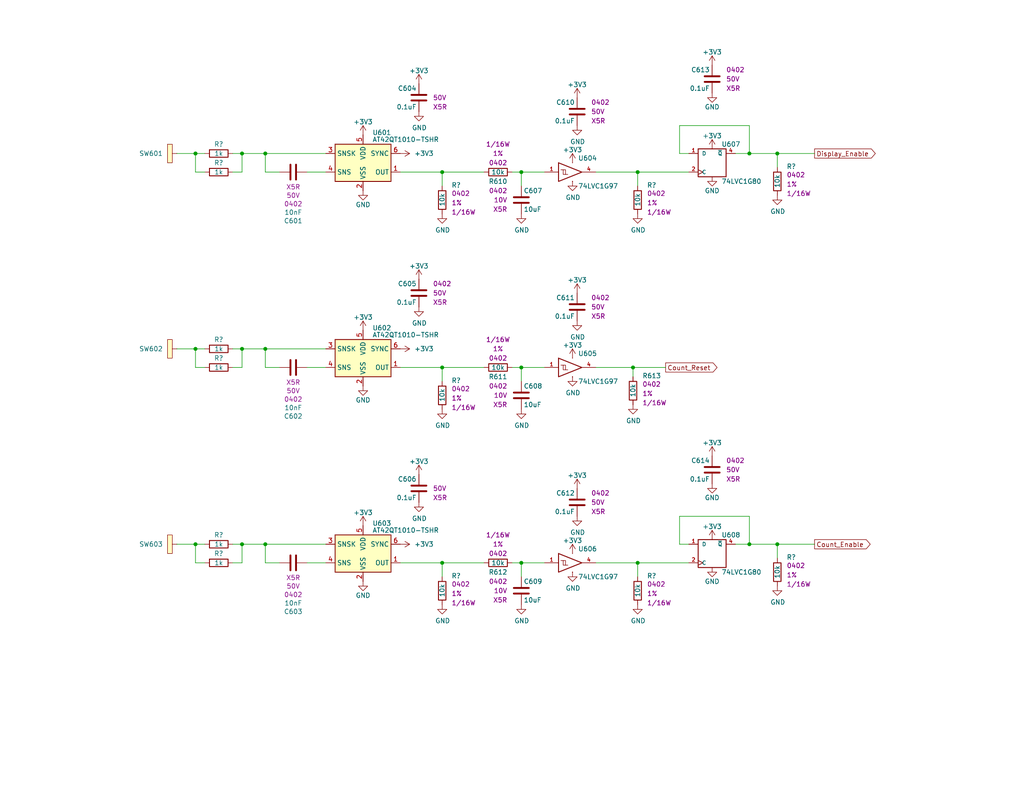
<source format=kicad_sch>
(kicad_sch (version 20230121) (generator eeschema)
  (paper "A")
  (title_block (title "Stopwatch") (date "2024-01-11") (rev "A") (company "Drew Maatman"))
  (lib_symbols
    (symbol "Custom Library:74LVC1G97_Power_BUF" (pin_names (offset 1.016) hide)
      (property "Reference" "U" (at 1.524 3.81 0))
      (property "Value" "74LVC1G97_Power_BUF" (at 1.524 -3.81 0))
      (symbol "74LVC1G97_Power_BUF_1_1"
        (polyline (pts (xy -2.54 0.635) (xy -1.905 0.635) (xy -1.905 -0.635)))
        (polyline (pts (xy -3.81 2.54) (xy -3.81 -2.54) (xy 2.54 0) (xy -3.81 2.54)) (stroke (width 0.254)))
        (polyline (pts (xy -3.175 0.635) (xy -2.54 0.635) (xy -2.54 -0.635) (xy -1.27 -0.635)))
        (pin input line (at -7.62 0 0) (length 3.81) (name "~") (number "1"))
        (pin power_in line (at 0 -2.54 270) (length 0) (name "GND") (number "2"))
        (pin power_in line (at 0 -2.54 270) (length 0) (name "GND") (number "3"))
        (pin output line (at 6.35 0 180) (length 3.81) (name "~") (number "4"))
        (pin power_in line (at 0 2.54 90) (length 0) (name "VCC") (number "5"))
        (pin power_in line (at 0 -2.54 270) (length 0) (name "GND") (number "6"))
      )
    )
    (symbol "Custom_Library:74LVC1G80_Power" (pin_names (offset 1.016))
      (property "Reference" "U" (at 2.54 5.08 0))
      (property "Value" "74LVC1G80_Power" (at 2.54 -5.08 0))
      (symbol "74LVC1G80_Power_0_1"
        (rectangle (start -3.81 3.81) (end 3.81 -3.81) (stroke (width 0.254)))
      )
      (symbol "74LVC1G80_Power_1_1"
        (pin input line (at -6.35 2.54 0) (length 2.54) (name "D") (number "1"))
        (pin input clock (at -6.35 -2.54 0) (length 2.54) (name "C") (number "2"))
        (pin power_in line (at 0 -3.81 270) (length 0) (name "GND") (number "3"))
        (pin output line (at 6.35 2.54 180) (length 2.54) (name "~{Q}") (number "4"))
        (pin power_in line (at 0 3.81 90) (length 0) (name "VCC") (number "5"))
      )
    )
    (symbol "Custom_Library:C_Custom" (pin_numbers hide) (pin_names (offset 0.254))
      (property "Reference" "C" (at 0.635 2.54 0))
      (property "Value" "C_Custom" (at 0.635 -2.54 0))
      (property "display_footprint" "Foot" (at -3.81 2.54 0))
      (property "Voltage" "V" (at -3.81 0 0))
      (property "Dielectric" "Er" (at -3.81 -2.54 0))
      (symbol "C_Custom_0_1"
        (polyline (pts (xy -2.032 -0.762) (xy 2.032 -0.762)) (stroke (width 0.508)))
        (polyline (pts (xy -2.032 0.762) (xy 2.032 0.762)) (stroke (width 0.508)))
      )
      (symbol "C_Custom_1_1"
        (pin passive line (at 0 3.81 270) (length 2.794) (name "~") (number "1"))
        (pin passive line (at 0 -3.81 90) (length 2.794) (name "~") (number "2"))
      )
    )
    (symbol "Custom_Library:Cap_Touch" (pin_numbers hide) (pin_names (offset 0) hide)
      (property "Reference" "SW" (at 0 3.81 0))
      (symbol "Cap_Touch_0_1"
        (rectangle (start -2.54 1.27) (end 2.54 2.54) (fill (type background)))
        (polyline (pts (xy 0 0) (xy 0 1.27)))
      )
      (symbol "Cap_Touch_1_1"
        (pin passive line (at 0 0 90) (length 0) (name "TP") (number "1"))
      )
    )
    (symbol "Custom_Library:R_Custom" (pin_numbers hide) (pin_names (offset 1.016) hide)
      (property "Reference" "R" (at -2.54 0 90))
      (property "Value" "R_Custom" (at 0 0 90))
      (property "display_footprint" "Foot" (at 2.54 0 90))
      (property "Tolerance" "Tol" (at 5.08 0 90))
      (property "Wattage" "W" (at 7.62 0 90))
      (symbol "R_Custom_0_1"
        (rectangle (start 1.016 2.54) (end -1.016 -2.54) (stroke (width 0.254)))
      )
      (symbol "R_Custom_1_1"
        (pin passive line (at 0 3.81 270) (length 1.27) (name "1") (number "1"))
        (pin passive line (at 0 -3.81 90) (length 1.27) (name "2") (number "2"))
      )
    )
    (symbol "Incrementor-rescue:+3.3V-power" (power) (pin_names (offset 0))
      (property "Value" "+3.3V-power" (at 0 3.556 0))
      (symbol "+3.3V-power_0_1"
        (polyline (pts (xy -0.762 1.27) (xy 0 2.54)))
        (polyline (pts (xy 0 0) (xy 0 2.54)))
        (polyline (pts (xy 0 2.54) (xy 0.762 1.27)))
      )
      (symbol "+3.3V-power_1_1"
        (pin power_in line (at 0 0 90) (length 0) hide (name "+3V3") (number "1"))
      )
    )
    (symbol "Sensor_Touch:AT42QT1010-TSHR"
      (property "Reference" "U" (at -2.54 8.255 0))
      (property "Value" "AT42QT1010-TSHR" (at -2.54 6.35 0))
      (symbol "AT42QT1010-TSHR_0_1"
        (rectangle (start -7.62 5.08) (end 7.62 -5.08) (stroke (width 0.254)) (fill (type background)))
      )
      (symbol "AT42QT1010-TSHR_1_1"
        (pin output line (at -10.16 -2.54 0) (length 2.54) (name "OUT") (number "1"))
        (pin power_in line (at 0 -7.62 90) (length 2.54) (name "VSS") (number "2"))
        (pin passive line (at 10.16 2.54 180) (length 2.54) (name "SNSK") (number "3"))
        (pin passive line (at 10.16 -2.54 180) (length 2.54) (name "SNS") (number "4"))
        (pin power_in line (at 0 7.62 270) (length 2.54) (name "VDD") (number "5"))
        (pin input line (at -10.16 2.54 0) (length 2.54) (name "SYNC") (number "6"))
      )
    )
    (symbol "power:GND" (power) (pin_names (offset 0))
      (property "Value" "GND" (at 0 -3.81 0))
      (symbol "GND_0_1"
        (polyline (pts (xy 0 0) (xy 0 -1.27) (xy 1.27 -1.27) (xy 0 -2.54) (xy -1.27 -1.27) (xy 0 -1.27)))
      )
      (symbol "GND_1_1"
        (pin power_in line (at 0 0 270) (length 0) hide (name "GND") (number "1"))
      )
    )
  )
  (junction (at 72.39 41.91))
  (junction (at 53.34 148.59))
  (junction (at 173.99 46.99))
  (junction (at 120.65 100.33))
  (junction (at 142.24 153.67))
  (junction (at 72.39 95.25))
  (junction (at 212.09 41.91))
  (junction (at 212.09 148.59))
  (junction (at 204.47 148.59))
  (junction (at 142.24 46.99))
  (junction (at 172.72 100.33))
  (junction (at 53.34 41.91))
  (junction (at 66.04 41.91))
  (junction (at 53.34 95.25))
  (junction (at 204.47 41.91))
  (junction (at 120.65 153.67))
  (junction (at 72.39 148.59))
  (junction (at 173.99 153.67))
  (junction (at 66.04 148.59))
  (junction (at 66.04 95.25))
  (junction (at 120.65 46.99))
  (junction (at 142.24 100.33))
  (wire (pts (xy 185.42 148.59) (xy 187.96 148.59)))
  (wire (pts (xy 63.5 148.59) (xy 66.04 148.59)))
  (wire (pts (xy 142.24 157.48) (xy 142.24 153.67)))
  (wire (pts (xy 72.39 46.99) (xy 72.39 41.91)))
  (wire (pts (xy 212.09 45.72) (xy 212.09 41.91)))
  (wire (pts (xy 132.08 46.99) (xy 120.65 46.99)))
  (wire (pts (xy 204.47 140.97) (xy 185.42 140.97)))
  (wire (pts (xy 173.99 153.67) (xy 162.56 153.67)))
  (wire (pts (xy 222.25 41.91) (xy 212.09 41.91)))
  (wire (pts (xy 66.04 41.91) (xy 66.04 46.99)))
  (wire (pts (xy 55.88 153.67) (xy 53.34 153.67)))
  (wire (pts (xy 48.26 148.59) (xy 53.34 148.59)))
  (wire (pts (xy 53.34 95.25) (xy 53.34 100.33)))
  (wire (pts (xy 173.99 50.8) (xy 173.99 46.99)))
  (wire (pts (xy 120.65 50.8) (xy 120.65 46.99)))
  (wire (pts (xy 173.99 157.48) (xy 173.99 153.67)))
  (wire (pts (xy 200.66 148.59) (xy 204.47 148.59)))
  (wire (pts (xy 212.09 41.91) (xy 204.47 41.91)))
  (wire (pts (xy 72.39 95.25) (xy 88.9 95.25)))
  (wire (pts (xy 66.04 148.59) (xy 66.04 153.67)))
  (wire (pts (xy 55.88 46.99) (xy 53.34 46.99)))
  (wire (pts (xy 185.42 41.91) (xy 187.96 41.91)))
  (wire (pts (xy 187.96 46.99) (xy 173.99 46.99)))
  (wire (pts (xy 63.5 41.91) (xy 66.04 41.91)))
  (wire (pts (xy 173.99 46.99) (xy 162.56 46.99)))
  (wire (pts (xy 212.09 152.4) (xy 212.09 148.59)))
  (wire (pts (xy 66.04 148.59) (xy 72.39 148.59)))
  (wire (pts (xy 172.72 100.33) (xy 162.56 100.33)))
  (wire (pts (xy 142.24 153.67) (xy 139.7 153.67)))
  (wire (pts (xy 72.39 41.91) (xy 88.9 41.91)))
  (wire (pts (xy 63.5 153.67) (xy 66.04 153.67)))
  (wire (pts (xy 212.09 148.59) (xy 204.47 148.59)))
  (wire (pts (xy 72.39 153.67) (xy 72.39 148.59)))
  (wire (pts (xy 120.65 104.14) (xy 120.65 100.33)))
  (wire (pts (xy 142.24 100.33) (xy 139.7 100.33)))
  (wire (pts (xy 148.59 46.99) (xy 142.24 46.99)))
  (wire (pts (xy 72.39 100.33) (xy 72.39 95.25)))
  (wire (pts (xy 142.24 104.14) (xy 142.24 100.33)))
  (wire (pts (xy 76.2 100.33) (xy 72.39 100.33)))
  (wire (pts (xy 120.65 46.99) (xy 109.22 46.99)))
  (wire (pts (xy 142.24 46.99) (xy 139.7 46.99)))
  (wire (pts (xy 132.08 100.33) (xy 120.65 100.33)))
  (wire (pts (xy 120.65 153.67) (xy 109.22 153.67)))
  (wire (pts (xy 53.34 148.59) (xy 55.88 148.59)))
  (wire (pts (xy 187.96 153.67) (xy 173.99 153.67)))
  (wire (pts (xy 120.65 157.48) (xy 120.65 153.67)))
  (wire (pts (xy 83.82 153.67) (xy 88.9 153.67)))
  (wire (pts (xy 66.04 95.25) (xy 72.39 95.25)))
  (wire (pts (xy 48.26 95.25) (xy 53.34 95.25)))
  (wire (pts (xy 222.25 148.59) (xy 212.09 148.59)))
  (wire (pts (xy 172.72 100.33) (xy 181.61 100.33)))
  (wire (pts (xy 185.42 140.97) (xy 185.42 148.59)))
  (wire (pts (xy 76.2 153.67) (xy 72.39 153.67)))
  (wire (pts (xy 148.59 153.67) (xy 142.24 153.67)))
  (wire (pts (xy 185.42 34.29) (xy 185.42 41.91)))
  (wire (pts (xy 53.34 46.99) (xy 53.34 41.91)))
  (wire (pts (xy 53.34 95.25) (xy 55.88 95.25)))
  (wire (pts (xy 142.24 50.8) (xy 142.24 46.99)))
  (wire (pts (xy 66.04 41.91) (xy 72.39 41.91)))
  (wire (pts (xy 55.88 100.33) (xy 53.34 100.33)))
  (wire (pts (xy 63.5 46.99) (xy 66.04 46.99)))
  (wire (pts (xy 76.2 46.99) (xy 72.39 46.99)))
  (wire (pts (xy 204.47 41.91) (xy 204.47 34.29)))
  (wire (pts (xy 83.82 100.33) (xy 88.9 100.33)))
  (wire (pts (xy 204.47 148.59) (xy 204.47 140.97)))
  (wire (pts (xy 66.04 95.25) (xy 66.04 100.33)))
  (wire (pts (xy 172.72 102.87) (xy 172.72 100.33)))
  (wire (pts (xy 53.34 153.67) (xy 53.34 148.59)))
  (wire (pts (xy 132.08 153.67) (xy 120.65 153.67)))
  (wire (pts (xy 72.39 148.59) (xy 88.9 148.59)))
  (wire (pts (xy 83.82 46.99) (xy 88.9 46.99)))
  (wire (pts (xy 63.5 95.25) (xy 66.04 95.25)))
  (wire (pts (xy 204.47 34.29) (xy 185.42 34.29)))
  (wire (pts (xy 48.26 41.91) (xy 53.34 41.91)))
  (wire (pts (xy 120.65 100.33) (xy 109.22 100.33)))
  (wire (pts (xy 53.34 41.91) (xy 55.88 41.91)))
  (wire (pts (xy 148.59 100.33) (xy 142.24 100.33)))
  (wire (pts (xy 63.5 100.33) (xy 66.04 100.33)))
  (wire (pts (xy 200.66 41.91) (xy 204.47 41.91)))
  (global_label "Display_Enable" (shape output) (at 222.25 41.91 0) (property "Intersheetrefs" "${INTERSHEET_REFS}" (effects hide)))
  (global_label "Count_Enable" (shape output) (at 222.25 148.59 0) (property "Intersheetrefs" "${INTERSHEET_REFS}" (effects hide)))
  (global_label "Count_Reset" (shape output) (at 181.61 100.33 0) (property "Intersheetrefs" "${INTERSHEET_REFS}" (effects hide)))
  (symbol (lib_id "Sensor_Touch:AT42QT1010-TSHR") (at 99.06 44.45 0) (mirror y) (unit 1)
    (property "Reference" "U601" (at 101.6 36.195 0) (effects (justify right)))
    (property "Value" "AT42QT1010-TSHR" (at 101.6 38.1 0) (effects (justify right)))
    (property "Footprint" "TO_SOT_Packages_SMD:SOT-23-6" (effects hide))
    (property "Datasheet" "http://ww1.microchip.com/downloads/en/DeviceDoc/Atmel-9541-AT42-QTouch-BSW-AT42QT1010_Datasheet.pdf" (effects hide))
    (property "Digi-Key PN" "AT42QT1010-TSHRCT-ND" (effects hide))
  )
  (symbol (lib_id "power:GND") (at 99.06 52.07 0) (mirror y) (unit 1)
    (property "Reference" "#PWR0602" (effects hide))
    (property "Value" "GND" (at 99.06 55.88 0))
  )
  (symbol (lib_id "Custom_Library:C_Custom") (at 80.01 46.99 270) (mirror x) (unit 1)
    (property "Reference" "C601" (at 80.01 60.2996 90))
    (property "Value" "10nF" (at 80.01 57.9882 90))
    (property "Footprint" "Capacitors_SMD:C_0402" (effects hide))
    (property "Digi-Key PN" "445-12201-1-ND" (effects hide))
    (property "display_footprint" "0402" (at 80.01 55.6768 90))
    (property "Voltage" "50V" (at 80.01 53.3654 90))
    (property "Dielectric" "X5R" (at 80.01 51.054 90))
  )
  (symbol (lib_id "Custom_Library:Cap_Touch") (at 48.26 41.91 90) (mirror x) (unit 1)
    (property "Reference" "SW601" (at 44.45 41.91 90) (effects (justify left)))
    (property "Value" "Cap_Touch" (effects hide))
    (property "Footprint" "Custom Footprints Library:Capacitive_Touch_Pad" (effects hide))
  )
  (symbol (lib_id "Custom_Library:74LVC1G80_Power") (at 194.31 44.45 0) (unit 1)
    (property "Reference" "U607" (at 196.85 39.37 0) (effects (justify left)))
    (property "Value" "74LVC1G80" (at 196.85 49.53 0) (effects (justify left)))
    (property "Footprint" "Package_SON:Texas_X2SON-5_0.8x0.8mm_P0.48mm" (effects hide))
    (property "Datasheet" "http://www.ti.com/lit/sg/scyt129e/scyt129e.pdf" (effects hide))
    (property "Digi-Key PN" "1727-74LVC1G80GX,125CT-ND" (effects hide))
  )
  (symbol (lib_id "power:GND") (at 194.31 48.26 0) (unit 1)
    (property "Reference" "#PWR0640" (effects hide))
    (property "Value" "GND" (at 194.31 52.07 0))
  )
  (symbol (lib_id "Incrementor-rescue:+3.3V-power") (at 194.31 40.64 0) (unit 1)
    (property "Reference" "#PWR0639" (effects hide))
    (property "Value" "+3.3V" (at 194.31 37.084 0))
  )
  (symbol (lib_id "Custom_Library:C_Custom") (at 194.31 21.59 0) (mirror y) (unit 1)
    (property "Reference" "C613" (at 193.675 19.05 0) (effects (justify left)))
    (property "Value" "0.1uF" (at 193.675 24.13 0) (effects (justify left)))
    (property "Footprint" "Capacitors_SMD:C_0402" (effects hide))
    (property "Digi-Key PN" "490-10697-1-ND" (effects hide))
    (property "display_footprint" "0402" (at 198.12 19.05 0) (effects (justify right)))
    (property "Voltage" "50V" (at 198.12 21.59 0) (effects (justify right)))
    (property "Dielectric" "X5R" (at 198.12 24.13 0) (effects (justify right)))
  )
  (symbol (lib_id "power:GND") (at 194.31 25.4 0) (unit 1)
    (property "Reference" "#PWR0638" (effects hide))
    (property "Value" "GND" (at 194.31 29.21 0))
  )
  (symbol (lib_id "Incrementor-rescue:+3.3V-power") (at 194.31 17.78 0) (unit 1)
    (property "Reference" "#PWR0637" (effects hide))
    (property "Value" "+3.3V" (at 194.31 14.224 0))
  )
  (symbol (lib_id "Custom_Library:R_Custom") (at 120.65 54.61 0) (unit 1)
    (property "Reference" "R?" (at 123.19 50.546 0) (effects (justify left)))
    (property "Value" "10k" (at 120.65 56.388 90) (effects (justify left)))
    (property "Footprint" "Resistors_SMD:R_0402" (effects hide))
    (property "display_footprint" "0402" (at 123.19 52.832 0) (effects (justify left)))
    (property "Tolerance" "1%" (at 123.19 55.372 0) (effects (justify left)))
    (property "Wattage" "1/16W" (at 123.19 57.912 0) (effects (justify left)))
    (property "Digi-Key PN" "RMCF0402FT10K0CT-ND" (effects hide))
    (instances (project "Stopwatch" (path "" (reference "R?") (unit 1)) (path "" (reference "R?") (unit 1)) (path "" (reference "R607") (unit 1))))
  )
  (symbol (lib_id "power:GND") (at 120.65 58.42 0) (unit 1)
    (property "Reference" "#PWR?" (effects hide))
    (property "Value" "GND" (at 120.777 62.8142 0))
    (instances (project "Stopwatch" (path "" (reference "#PWR?") (unit 1)) (path "" (reference "#PWR?") (unit 1)) (path "" (reference "#PWR0616") (unit 1))))
  )
  (symbol (lib_id "Custom_Library:R_Custom") (at 212.09 49.53 0) (unit 1)
    (property "Reference" "R?" (at 214.63 45.466 0) (effects (justify left)))
    (property "Value" "10k" (at 212.09 51.308 90) (effects (justify left)))
    (property "Footprint" "Resistors_SMD:R_0402" (effects hide))
    (property "display_footprint" "0402" (at 214.63 47.752 0) (effects (justify left)))
    (property "Tolerance" "1%" (at 214.63 50.292 0) (effects (justify left)))
    (property "Wattage" "1/16W" (at 214.63 52.832 0) (effects (justify left)))
    (property "Digi-Key PN" "RMCF0402FT10K0CT-ND" (effects hide))
    (instances (project "Stopwatch" (path "" (reference "R?") (unit 1)) (path "" (reference "R?") (unit 1)) (path "" (reference "R616") (unit 1))))
  )
  (symbol (lib_id "power:GND") (at 212.09 53.34 0) (unit 1)
    (property "Reference" "#PWR?" (effects hide))
    (property "Value" "GND" (at 212.217 57.7342 0))
    (instances (project "Stopwatch" (path "" (reference "#PWR?") (unit 1)) (path "" (reference "#PWR?") (unit 1)) (path "" (reference "#PWR0645") (unit 1))))
  )
  (symbol (lib_id "Custom_Library:R_Custom") (at 135.89 46.99 270) (mirror x) (unit 1)
    (property "Reference" "R610" (at 135.89 49.53 90))
    (property "Value" "10k" (at 135.89 46.99 90))
    (property "Footprint" "Resistors_SMD:R_0402" (effects hide))
    (property "display_footprint" "0402" (at 135.89 44.45 90))
    (property "Tolerance" "1%" (at 135.89 41.91 90))
    (property "Wattage" "1/16W" (at 135.89 39.37 90))
    (property "Digi-Key PN" "RMCF0402FT10K0CT-ND" (effects hide))
  )
  (symbol (lib_id "Custom_Library:C_Custom") (at 142.24 54.61 0) (unit 1)
    (property "Reference" "C607" (at 142.875 52.07 0) (effects (justify left)))
    (property "Value" "10uF" (at 142.875 57.15 0) (effects (justify left)))
    (property "Footprint" "Capacitors_SMD:C_0402" (effects hide))
    (property "Digi-Key PN" "490-GRM155R61A106ME11DCT-ND" (effects hide))
    (property "display_footprint" "0402" (at 138.43 52.07 0) (effects (justify right)))
    (property "Voltage" "10V" (at 138.43 54.61 0) (effects (justify right)))
    (property "Dielectric" "X5R" (at 138.43 57.15 0) (effects (justify right)))
  )
  (symbol (lib_id "power:GND") (at 142.24 58.42 0) (unit 1)
    (property "Reference" "#PWR?" (effects hide))
    (property "Value" "GND" (at 142.367 62.8142 0))
    (instances (project "Stopwatch" (path "" (reference "#PWR?") (unit 1)) (path "" (reference "#PWR?") (unit 1)) (path "" (reference "#PWR0619") (unit 1))))
  )
  (symbol (lib_id "power:GND") (at 156.21 49.53 0) (unit 1)
    (property "Reference" "#PWR?" (effects hide))
    (property "Value" "GND" (at 156.337 53.9242 0))
    (instances (project "Stopwatch" (path "" (reference "#PWR?") (unit 1)) (path "" (reference "#PWR?") (unit 1)) (path "" (reference "#PWR0623") (unit 1))))
  )
  (symbol (lib_id "Incrementor-rescue:+3.3V-power") (at 156.21 44.45 0) (unit 1)
    (property "Reference" "#PWR0622" (effects hide))
    (property "Value" "+3.3V" (at 156.21 40.894 0))
  )
  (symbol (lib_id "Custom_Library:R_Custom") (at 173.99 54.61 0) (unit 1)
    (property "Reference" "R?" (at 176.53 50.546 0) (effects (justify left)))
    (property "Value" "10k" (at 173.99 56.388 90) (effects (justify left)))
    (property "Footprint" "Resistors_SMD:R_0402" (effects hide))
    (property "display_footprint" "0402" (at 176.53 52.832 0) (effects (justify left)))
    (property "Tolerance" "1%" (at 176.53 55.372 0) (effects (justify left)))
    (property "Wattage" "1/16W" (at 176.53 57.912 0) (effects (justify left)))
    (property "Digi-Key PN" "RMCF0402FT10K0CT-ND" (effects hide))
    (instances (project "Stopwatch" (path "" (reference "R?") (unit 1)) (path "" (reference "R?") (unit 1)) (path "" (reference "R614") (unit 1))))
  )
  (symbol (lib_id "power:GND") (at 173.99 58.42 0) (unit 1)
    (property "Reference" "#PWR?" (effects hide))
    (property "Value" "GND" (at 174.117 62.8142 0))
    (instances (project "Stopwatch" (path "" (reference "#PWR?") (unit 1)) (path "" (reference "#PWR?") (unit 1)) (path "" (reference "#PWR0635") (unit 1))))
  )
  (symbol (lib_id "Custom_Library:C_Custom") (at 114.3 26.67 0) (mirror y) (unit 1)
    (property "Reference" "C604" (at 113.665 24.13 0) (effects (justify left)))
    (property "Value" "0.1uF" (at 113.665 29.21 0) (effects (justify left)))
    (property "Footprint" "Capacitors_SMD:C_0402" (effects hide))
    (property "Digi-Key PN" "490-10697-1-ND" (effects hide))
    (property "display_footprint" "0402" (effects hide))
    (property "Voltage" "50V" (at 118.11 26.67 0) (effects (justify right)))
    (property "Dielectric" "X5R" (at 118.11 29.21 0) (effects (justify right)))
  )
  (symbol (lib_id "power:GND") (at 114.3 30.48 0) (unit 1)
    (property "Reference" "#PWR?" (effects hide))
    (property "Value" "GND" (at 114.427 34.8742 0))
    (instances (project "Stopwatch" (path "" (reference "#PWR?") (unit 1)) (path "" (reference "#PWR?") (unit 1)) (path "" (reference "#PWR0611") (unit 1))))
  )
  (symbol (lib_id "Custom_Library:C_Custom") (at 157.48 30.48 0) (mirror y) (unit 1)
    (property "Reference" "C610" (at 156.845 27.94 0) (effects (justify left)))
    (property "Value" "0.1uF" (at 156.845 33.02 0) (effects (justify left)))
    (property "Footprint" "Capacitors_SMD:C_0402" (effects hide))
    (property "Digi-Key PN" "490-10697-1-ND" (effects hide))
    (property "display_footprint" "0402" (at 161.29 27.94 0) (effects (justify right)))
    (property "Voltage" "50V" (at 161.29 30.48 0) (effects (justify right)))
    (property "Dielectric" "X5R" (at 161.29 33.02 0) (effects (justify right)))
  )
  (symbol (lib_id "power:GND") (at 157.48 34.29 0) (unit 1)
    (property "Reference" "#PWR?" (effects hide))
    (property "Value" "GND" (at 157.607 38.6842 0))
    (instances (project "Stopwatch" (path "" (reference "#PWR?") (unit 1)) (path "" (reference "#PWR?") (unit 1)) (path "" (reference "#PWR0629") (unit 1))))
  )
  (symbol (lib_id "Incrementor-rescue:+3.3V-power") (at 157.48 26.67 0) (unit 1)
    (property "Reference" "#PWR0628" (effects hide))
    (property "Value" "+3.3V" (at 157.48 23.114 0))
  )
  (symbol (lib_id "power:GND") (at 172.72 110.49 0) (unit 1)
    (property "Reference" "#PWR0634" (effects hide))
    (property "Value" "GND" (at 172.847 114.8842 0))
    (instances (project "Stopwatch" (path "" (reference "#PWR0634") (unit 1)) (path "" (reference "#PWR?") (unit 1))))
  )
  (symbol (lib_id "Custom_Library:R_Custom") (at 172.72 106.68 0) (unit 1)
    (property "Reference" "R613" (at 175.26 102.616 0) (effects (justify left)))
    (property "Value" "10k" (at 172.72 108.458 90) (effects (justify left)))
    (property "Footprint" "Resistors_SMD:R_0402" (effects hide))
    (property "display_footprint" "0402" (at 175.26 104.902 0) (effects (justify left)))
    (property "Tolerance" "1%" (at 175.26 107.442 0) (effects (justify left)))
    (property "Wattage" "1/16W" (at 175.26 109.982 0) (effects (justify left)))
    (property "Digi-Key PN" "RMCF0402FT10K0CT-ND" (effects hide))
    (instances (project "Stopwatch" (path "" (reference "R613") (unit 1)) (path "" (reference "R?") (unit 1))))
  )
  (symbol (lib_id "Sensor_Touch:AT42QT1010-TSHR") (at 99.06 97.79 0) (mirror y) (unit 1)
    (property "Reference" "U602" (at 101.6 89.535 0) (effects (justify right)))
    (property "Value" "AT42QT1010-TSHR" (at 101.6 91.44 0) (effects (justify right)))
    (property "Footprint" "TO_SOT_Packages_SMD:SOT-23-6" (effects hide))
    (property "Datasheet" "http://ww1.microchip.com/downloads/en/DeviceDoc/Atmel-9541-AT42-QTouch-BSW-AT42QT1010_Datasheet.pdf" (effects hide))
    (property "Digi-Key PN" "AT42QT1010-TSHRCT-ND" (effects hide))
  )
  (symbol (lib_id "power:GND") (at 99.06 105.41 0) (mirror y) (unit 1)
    (property "Reference" "#PWR0604" (effects hide))
    (property "Value" "GND" (at 99.06 109.22 0))
  )
  (symbol (lib_id "Custom_Library:C_Custom") (at 80.01 100.33 270) (mirror x) (unit 1)
    (property "Reference" "C602" (at 80.01 113.6396 90))
    (property "Value" "10nF" (at 80.01 111.3282 90))
    (property "Footprint" "Capacitors_SMD:C_0402" (effects hide))
    (property "Digi-Key PN" "445-12201-1-ND" (effects hide))
    (property "display_footprint" "0402" (at 80.01 109.0168 90))
    (property "Voltage" "50V" (at 80.01 106.7054 90))
    (property "Dielectric" "X5R" (at 80.01 104.394 90))
  )
  (symbol (lib_id "Custom_Library:Cap_Touch") (at 48.26 95.25 90) (mirror x) (unit 1)
    (property "Reference" "SW602" (at 44.45 95.25 90) (effects (justify left)))
    (property "Value" "Cap_Touch" (effects hide))
    (property "Footprint" "Custom Footprints Library:Capacitive_Touch_Pad" (effects hide))
  )
  (symbol (lib_id "Custom_Library:R_Custom") (at 120.65 107.95 0) (unit 1)
    (property "Reference" "R?" (at 123.19 103.886 0) (effects (justify left)))
    (property "Value" "10k" (at 120.65 109.728 90) (effects (justify left)))
    (property "Footprint" "Resistors_SMD:R_0402" (effects hide))
    (property "display_footprint" "0402" (at 123.19 106.172 0) (effects (justify left)))
    (property "Tolerance" "1%" (at 123.19 108.712 0) (effects (justify left)))
    (property "Wattage" "1/16W" (at 123.19 111.252 0) (effects (justify left)))
    (property "Digi-Key PN" "RMCF0402FT10K0CT-ND" (effects hide))
    (instances (project "Stopwatch" (path "" (reference "R?") (unit 1)) (path "" (reference "R?") (unit 1)) (path "" (reference "R608") (unit 1))))
  )
  (symbol (lib_id "power:GND") (at 120.65 111.76 0) (unit 1)
    (property "Reference" "#PWR?" (effects hide))
    (property "Value" "GND" (at 120.777 116.1542 0))
    (instances (project "Stopwatch" (path "" (reference "#PWR?") (unit 1)) (path "" (reference "#PWR?") (unit 1)) (path "" (reference "#PWR0617") (unit 1))))
  )
  (symbol (lib_id "Custom_Library:R_Custom") (at 135.89 100.33 270) (mirror x) (unit 1)
    (property "Reference" "R611" (at 135.89 102.87 90))
    (property "Value" "10k" (at 135.89 100.33 90))
    (property "Footprint" "Resistors_SMD:R_0402" (effects hide))
    (property "display_footprint" "0402" (at 135.89 97.79 90))
    (property "Tolerance" "1%" (at 135.89 95.25 90))
    (property "Wattage" "1/16W" (at 135.89 92.71 90))
    (property "Digi-Key PN" "RMCF0402FT10K0CT-ND" (effects hide))
  )
  (symbol (lib_id "Custom_Library:C_Custom") (at 142.24 107.95 0) (unit 1)
    (property "Reference" "C608" (at 142.875 105.41 0) (effects (justify left)))
    (property "Value" "10uF" (at 142.875 110.49 0) (effects (justify left)))
    (property "Footprint" "Capacitors_SMD:C_0402" (effects hide))
    (property "Digi-Key PN" "490-GRM155R61A106ME11DCT-ND" (effects hide))
    (property "display_footprint" "0402" (at 138.43 105.41 0) (effects (justify right)))
    (property "Voltage" "10V" (at 138.43 107.95 0) (effects (justify right)))
    (property "Dielectric" "X5R" (at 138.43 110.49 0) (effects (justify right)))
  )
  (symbol (lib_id "power:GND") (at 142.24 111.76 0) (unit 1)
    (property "Reference" "#PWR?" (effects hide))
    (property "Value" "GND" (at 142.367 116.1542 0))
    (instances (project "Stopwatch" (path "" (reference "#PWR?") (unit 1)) (path "" (reference "#PWR?") (unit 1)) (path "" (reference "#PWR0620") (unit 1))))
  )
  (symbol (lib_id "power:GND") (at 156.21 102.87 0) (unit 1)
    (property "Reference" "#PWR?" (effects hide))
    (property "Value" "GND" (at 156.337 107.2642 0))
    (instances (project "Stopwatch" (path "" (reference "#PWR?") (unit 1)) (path "" (reference "#PWR?") (unit 1)) (path "" (reference "#PWR0625") (unit 1))))
  )
  (symbol (lib_id "Incrementor-rescue:+3.3V-power") (at 156.21 97.79 0) (unit 1)
    (property "Reference" "#PWR0624" (effects hide))
    (property "Value" "+3.3V" (at 156.21 94.234 0))
  )
  (symbol (lib_id "Custom_Library:C_Custom") (at 157.48 83.82 0) (mirror y) (unit 1)
    (property "Reference" "C611" (at 156.845 81.28 0) (effects (justify left)))
    (property "Value" "0.1uF" (at 156.845 86.36 0) (effects (justify left)))
    (property "Footprint" "Capacitors_SMD:C_0402" (effects hide))
    (property "Digi-Key PN" "490-10697-1-ND" (effects hide))
    (property "display_footprint" "0402" (at 161.29 81.28 0) (effects (justify right)))
    (property "Voltage" "50V" (at 161.29 83.82 0) (effects (justify right)))
    (property "Dielectric" "X5R" (at 161.29 86.36 0) (effects (justify right)))
  )
  (symbol (lib_id "power:GND") (at 157.48 87.63 0) (unit 1)
    (property "Reference" "#PWR?" (effects hide))
    (property "Value" "GND" (at 157.607 92.0242 0))
    (instances (project "Stopwatch" (path "" (reference "#PWR?") (unit 1)) (path "" (reference "#PWR?") (unit 1)) (path "" (reference "#PWR0631") (unit 1))))
  )
  (symbol (lib_id "Incrementor-rescue:+3.3V-power") (at 157.48 80.01 0) (unit 1)
    (property "Reference" "#PWR0630" (effects hide))
    (property "Value" "+3.3V" (at 157.48 76.454 0))
  )
  (symbol (lib_id "Custom_Library:C_Custom") (at 114.3 80.01 0) (mirror y) (unit 1)
    (property "Reference" "C605" (at 113.665 77.47 0) (effects (justify left)))
    (property "Value" "0.1uF" (at 113.665 82.55 0) (effects (justify left)))
    (property "Footprint" "Capacitors_SMD:C_0402" (effects hide))
    (property "Digi-Key PN" "490-10697-1-ND" (effects hide))
    (property "display_footprint" "0402" (at 118.11 77.47 0) (effects (justify right)))
    (property "Voltage" "50V" (at 118.11 80.01 0) (effects (justify right)))
    (property "Dielectric" "X5R" (at 118.11 82.55 0) (effects (justify right)))
  )
  (symbol (lib_id "power:GND") (at 114.3 83.82 0) (unit 1)
    (property "Reference" "#PWR?" (effects hide))
    (property "Value" "GND" (at 114.427 88.2142 0))
    (instances (project "Stopwatch" (path "" (reference "#PWR?") (unit 1)) (path "" (reference "#PWR?") (unit 1)) (path "" (reference "#PWR0613") (unit 1))))
  )
  (symbol (lib_id "Custom_Library:R_Custom") (at 59.69 148.59 90) (unit 1)
    (property "Reference" "R?" (at 59.69 146.05 90))
    (property "Value" "1k" (at 59.69 148.59 90))
    (property "Footprint" "Resistors_SMD:R_0402" (effects hide))
    (property "display_footprint" "0402" (effects hide))
    (property "Tolerance" "1%" (effects hide))
    (property "Wattage" "1/16W" (effects hide))
    (property "Digi-Key PN" "RMCF0402FT1K00CT-ND" (effects hide))
    (instances (project "Stopwatch" (path "" (reference "R?") (unit 1)) (path "" (reference "R?") (unit 1)) (path "" (reference "R605") (unit 1))))
  )
  (symbol (lib_id "Incrementor-rescue:+3.3V-power") (at 114.3 76.2 0) (unit 1)
    (property "Reference" "#PWR0612" (effects hide))
    (property "Value" "+3.3V" (at 114.3 72.644 0))
  )
  (symbol (lib_id "Custom_Library:R_Custom") (at 135.89 153.67 270) (mirror x) (unit 1)
    (property "Reference" "R612" (at 135.89 156.21 90))
    (property "Value" "10k" (at 135.89 153.67 90))
    (property "Footprint" "Resistors_SMD:R_0402" (effects hide))
    (property "display_footprint" "0402" (at 135.89 151.13 90))
    (property "Tolerance" "1%" (at 135.89 148.59 90))
    (property "Wattage" "1/16W" (at 135.89 146.05 90))
    (property "Digi-Key PN" "RMCF0402FT10K0CT-ND" (effects hide))
  )
  (symbol (lib_id "Incrementor-rescue:+3.3V-power") (at 157.48 133.35 0) (unit 1)
    (property "Reference" "#PWR0632" (effects hide))
    (property "Value" "+3.3V" (at 157.48 129.794 0))
  )
  (symbol (lib_id "Custom_Library:74LVC1G80_Power") (at 194.31 151.13 0) (unit 1)
    (property "Reference" "U608" (at 196.85 146.05 0) (effects (justify left)))
    (property "Value" "74LVC1G80" (at 196.85 156.21 0) (effects (justify left)))
    (property "Footprint" "Package_SON:Texas_X2SON-5_0.8x0.8mm_P0.48mm" (effects hide))
    (property "Datasheet" "http://www.ti.com/lit/sg/scyt129e/scyt129e.pdf" (effects hide))
    (property "Digi-Key PN" "1727-74LVC1G80GX,125CT-ND" (effects hide))
  )
  (symbol (lib_id "Incrementor-rescue:+3.3V-power") (at 194.31 147.32 0) (unit 1)
    (property "Reference" "#PWR0643" (effects hide))
    (property "Value" "+3.3V" (at 194.31 143.764 0))
  )
  (symbol (lib_id "Incrementor-rescue:+3.3V-power") (at 194.31 124.46 0) (unit 1)
    (property "Reference" "#PWR0641" (effects hide))
    (property "Value" "+3.3V" (at 194.31 120.904 0))
  )
  (symbol (lib_id "Incrementor-rescue:+3.3V-power") (at 109.22 95.25 270) (unit 1)
    (property "Reference" "#PWR0608" (effects hide))
    (property "Value" "+3.3V" (at 113.03 95.25 90) (effects (justify left)))
  )
  (symbol (lib_id "power:GND") (at 156.21 156.21 0) (unit 1)
    (property "Reference" "#PWR?" (effects hide))
    (property "Value" "GND" (at 156.337 160.6042 0))
    (instances (project "Stopwatch" (path "" (reference "#PWR?") (unit 1)) (path "" (reference "#PWR?") (unit 1)) (path "" (reference "#PWR0627") (unit 1))))
  )
  (symbol (lib_id "Incrementor-rescue:+3.3V-power") (at 99.06 36.83 0) (unit 1)
    (property "Reference" "#PWR0601" (effects hide))
    (property "Value" "+3.3V" (at 99.06 33.274 0))
  )
  (symbol (lib_id "Incrementor-rescue:+3.3V-power") (at 99.06 90.17 0) (unit 1)
    (property "Reference" "#PWR0603" (effects hide))
    (property "Value" "+3.3V" (at 99.06 86.614 0))
  )
  (symbol (lib_id "Custom_Library:R_Custom") (at 59.69 100.33 90) (unit 1)
    (property "Reference" "R?" (at 59.69 97.79 90))
    (property "Value" "1k" (at 59.69 100.33 90))
    (property "Footprint" "Resistors_SMD:R_0402" (effects hide))
    (property "display_footprint" "0402" (effects hide))
    (property "Tolerance" "1%" (effects hide))
    (property "Wattage" "1/16W" (effects hide))
    (property "Digi-Key PN" "RMCF0402FT1K00CT-ND" (effects hide))
    (instances (project "Stopwatch" (path "" (reference "R?") (unit 1)) (path "" (reference "R?") (unit 1)) (path "" (reference "R604") (unit 1))))
  )
  (symbol (lib_id "Custom Library:74LVC1G97_Power_BUF") (at 156.21 153.67 0) (unit 1)
    (property "Reference" "U606" (at 157.734 149.86 0) (effects (justify left)))
    (property "Value" "74LVC1G97" (at 157.734 157.48 0) (effects (justify left)))
    (property "Footprint" "Package_SON:Fairchild_MicroPak2-6_1.0x1.0mm_P0.35mm" (effects hide))
    (property "Datasheet" "http://www.ti.com/lit/ds/symlink/sn74lvc1g97.pdf" (effects hide))
    (property "Digi-Key PN" "296-29875-1-ND" (effects hide))
  )
  (symbol (lib_id "Custom Library:74LVC1G97_Power_BUF") (at 156.21 46.99 0) (unit 1)
    (property "Reference" "U604" (at 157.734 43.18 0) (effects (justify left)))
    (property "Value" "74LVC1G97" (at 157.734 50.8 0) (effects (justify left)))
    (property "Footprint" "Package_SON:Fairchild_MicroPak2-6_1.0x1.0mm_P0.35mm" (effects hide))
    (property "Datasheet" "http://www.ti.com/lit/ds/symlink/sn74lvc1g97.pdf" (effects hide))
    (property "Digi-Key PN" "296-29875-1-ND" (effects hide))
  )
  (symbol (lib_id "Custom_Library:R_Custom") (at 212.09 156.21 0) (unit 1)
    (property "Reference" "R?" (at 214.63 152.146 0) (effects (justify left)))
    (property "Value" "10k" (at 212.09 157.988 90) (effects (justify left)))
    (property "Footprint" "Resistors_SMD:R_0402" (effects hide))
    (property "display_footprint" "0402" (at 214.63 154.432 0) (effects (justify left)))
    (property "Tolerance" "1%" (at 214.63 156.972 0) (effects (justify left)))
    (property "Wattage" "1/16W" (at 214.63 159.512 0) (effects (justify left)))
    (property "Digi-Key PN" "RMCF0402FT10K0CT-ND" (effects hide))
    (instances (project "Stopwatch" (path "" (reference "R?") (unit 1)) (path "" (reference "R?") (unit 1)) (path "" (reference "R617") (unit 1))))
  )
  (symbol (lib_id "Incrementor-rescue:+3.3V-power") (at 114.3 129.54 0) (unit 1)
    (property "Reference" "#PWR0614" (effects hide))
    (property "Value" "+3.3V" (at 114.3 125.984 0))
  )
  (symbol (lib_id "power:GND") (at 194.31 154.94 0) (unit 1)
    (property "Reference" "#PWR0644" (effects hide))
    (property "Value" "GND" (at 194.31 158.75 0))
  )
  (symbol (lib_id "power:GND") (at 157.48 140.97 0) (unit 1)
    (property "Reference" "#PWR?" (effects hide))
    (property "Value" "GND" (at 157.607 145.3642 0))
    (instances (project "Stopwatch" (path "" (reference "#PWR?") (unit 1)) (path "" (reference "#PWR?") (unit 1)) (path "" (reference "#PWR0633") (unit 1))))
  )
  (symbol (lib_id "Incrementor-rescue:+3.3V-power") (at 109.22 148.59 270) (unit 1)
    (property "Reference" "#PWR0609" (effects hide))
    (property "Value" "+3.3V" (at 113.03 148.59 90) (effects (justify left)))
  )
  (symbol (lib_id "Custom_Library:R_Custom") (at 120.65 161.29 0) (unit 1)
    (property "Reference" "R?" (at 123.19 157.226 0) (effects (justify left)))
    (property "Value" "10k" (at 120.65 163.068 90) (effects (justify left)))
    (property "Footprint" "Resistors_SMD:R_0402" (effects hide))
    (property "display_footprint" "0402" (at 123.19 159.512 0) (effects (justify left)))
    (property "Tolerance" "1%" (at 123.19 162.052 0) (effects (justify left)))
    (property "Wattage" "1/16W" (at 123.19 164.592 0) (effects (justify left)))
    (property "Digi-Key PN" "RMCF0402FT10K0CT-ND" (effects hide))
    (instances (project "Stopwatch" (path "" (reference "R?") (unit 1)) (path "" (reference "R?") (unit 1)) (path "" (reference "R609") (unit 1))))
  )
  (symbol (lib_id "Incrementor-rescue:+3.3V-power") (at 156.21 151.13 0) (unit 1)
    (property "Reference" "#PWR0626" (effects hide))
    (property "Value" "+3.3V" (at 156.21 147.574 0))
  )
  (symbol (lib_id "Custom_Library:C_Custom") (at 80.01 153.67 270) (mirror x) (unit 1)
    (property "Reference" "C603" (at 80.01 166.9796 90))
    (property "Value" "10nF" (at 80.01 164.6682 90))
    (property "Footprint" "Capacitors_SMD:C_0402" (effects hide))
    (property "Digi-Key PN" "445-12201-1-ND" (effects hide))
    (property "display_footprint" "0402" (at 80.01 162.3568 90))
    (property "Voltage" "50V" (at 80.01 160.0454 90))
    (property "Dielectric" "X5R" (at 80.01 157.734 90))
  )
  (symbol (lib_id "power:GND") (at 120.65 165.1 0) (unit 1)
    (property "Reference" "#PWR?" (effects hide))
    (property "Value" "GND" (at 120.777 169.4942 0))
    (instances (project "Stopwatch" (path "" (reference "#PWR?") (unit 1)) (path "" (reference "#PWR?") (unit 1)) (path "" (reference "#PWR0618") (unit 1))))
  )
  (symbol (lib_id "Sensor_Touch:AT42QT1010-TSHR") (at 99.06 151.13 0) (mirror y) (unit 1)
    (property "Reference" "U603" (at 101.6 142.875 0) (effects (justify right)))
    (property "Value" "AT42QT1010-TSHR" (at 101.6 144.78 0) (effects (justify right)))
    (property "Footprint" "TO_SOT_Packages_SMD:SOT-23-6" (effects hide))
    (property "Datasheet" "http://ww1.microchip.com/downloads/en/DeviceDoc/Atmel-9541-AT42-QTouch-BSW-AT42QT1010_Datasheet.pdf" (effects hide))
    (property "Digi-Key PN" "AT42QT1010-TSHRCT-ND" (effects hide))
  )
  (symbol (lib_id "Custom Library:74LVC1G97_Power_BUF") (at 156.21 100.33 0) (unit 1)
    (property "Reference" "U605" (at 157.734 96.52 0) (effects (justify left)))
    (property "Value" "74LVC1G97" (at 157.734 104.14 0) (effects (justify left)))
    (property "Footprint" "Package_SON:Fairchild_MicroPak2-6_1.0x1.0mm_P0.35mm" (effects hide))
    (property "Datasheet" "http://www.ti.com/lit/ds/symlink/sn74lvc1g97.pdf" (effects hide))
    (property "Digi-Key PN" "296-29875-1-ND" (effects hide))
  )
  (symbol (lib_id "power:GND") (at 114.3 137.16 0) (unit 1)
    (property "Reference" "#PWR?" (effects hide))
    (property "Value" "GND" (at 114.427 141.5542 0))
    (instances (project "Stopwatch" (path "" (reference "#PWR?") (unit 1)) (path "" (reference "#PWR?") (unit 1)) (path "" (reference "#PWR0615") (unit 1))))
  )
  (symbol (lib_id "Custom_Library:R_Custom") (at 59.69 46.99 90) (unit 1)
    (property "Reference" "R?" (at 59.69 44.45 90))
    (property "Value" "1k" (at 59.69 46.99 90))
    (property "Footprint" "Resistors_SMD:R_0402" (effects hide))
    (property "display_footprint" "0402" (effects hide))
    (property "Tolerance" "1%" (effects hide))
    (property "Wattage" "1/16W" (effects hide))
    (property "Digi-Key PN" "RMCF0402FT1K00CT-ND" (effects hide))
    (instances (project "Stopwatch" (path "" (reference "R?") (unit 1)) (path "" (reference "R?") (unit 1)) (path "" (reference "R602") (unit 1))))
  )
  (symbol (lib_id "power:GND") (at 194.31 132.08 0) (unit 1)
    (property "Reference" "#PWR0642" (effects hide))
    (property "Value" "GND" (at 194.31 135.89 0))
  )
  (symbol (lib_id "Custom_Library:C_Custom") (at 194.31 128.27 0) (mirror y) (unit 1)
    (property "Reference" "C614" (at 193.675 125.73 0) (effects (justify left)))
    (property "Value" "0.1uF" (at 193.675 130.81 0) (effects (justify left)))
    (property "Footprint" "Capacitors_SMD:C_0402" (effects hide))
    (property "Digi-Key PN" "490-10697-1-ND" (effects hide))
    (property "display_footprint" "0402" (at 198.12 125.73 0) (effects (justify right)))
    (property "Voltage" "50V" (at 198.12 128.27 0) (effects (justify right)))
    (property "Dielectric" "X5R" (at 198.12 130.81 0) (effects (justify right)))
  )
  (symbol (lib_id "Custom_Library:C_Custom") (at 114.3 133.35 0) (mirror y) (unit 1)
    (property "Reference" "C606" (at 113.665 130.81 0) (effects (justify left)))
    (property "Value" "0.1uF" (at 113.665 135.89 0) (effects (justify left)))
    (property "Footprint" "Capacitors_SMD:C_0402" (effects hide))
    (property "Digi-Key PN" "490-10697-1-ND" (effects hide))
    (property "display_footprint" "0402" (effects hide))
    (property "Voltage" "50V" (at 118.11 133.35 0) (effects (justify right)))
    (property "Dielectric" "X5R" (at 118.11 135.89 0) (effects (justify right)))
  )
  (symbol (lib_id "Incrementor-rescue:+3.3V-power") (at 109.22 41.91 270) (unit 1)
    (property "Reference" "#PWR0607" (effects hide))
    (property "Value" "+3.3V" (at 113.03 41.91 90) (effects (justify left)))
  )
  (symbol (lib_id "Custom_Library:R_Custom") (at 59.69 95.25 90) (unit 1)
    (property "Reference" "R?" (at 59.69 92.71 90))
    (property "Value" "1k" (at 59.69 95.25 90))
    (property "Footprint" "Resistors_SMD:R_0402" (effects hide))
    (property "display_footprint" "0402" (effects hide))
    (property "Tolerance" "1%" (effects hide))
    (property "Wattage" "1/16W" (effects hide))
    (property "Digi-Key PN" "RMCF0402FT1K00CT-ND" (effects hide))
    (instances (project "Stopwatch" (path "" (reference "R?") (unit 1)) (path "" (reference "R?") (unit 1)) (path "" (reference "R603") (unit 1))))
  )
  (symbol (lib_id "power:GND") (at 142.24 165.1 0) (unit 1)
    (property "Reference" "#PWR?" (effects hide))
    (property "Value" "GND" (at 142.367 169.4942 0))
    (instances (project "Stopwatch" (path "" (reference "#PWR?") (unit 1)) (path "" (reference "#PWR?") (unit 1)) (path "" (reference "#PWR0621") (unit 1))))
  )
  (symbol (lib_id "Custom_Library:R_Custom") (at 59.69 41.91 90) (unit 1)
    (property "Reference" "R?" (at 59.69 39.37 90))
    (property "Value" "1k" (at 59.69 41.91 90))
    (property "Footprint" "Resistors_SMD:R_0402" (effects hide))
    (property "display_footprint" "0402" (effects hide))
    (property "Tolerance" "1%" (effects hide))
    (property "Wattage" "1/16W" (effects hide))
    (property "Digi-Key PN" "RMCF0402FT1K00CT-ND" (effects hide))
    (instances (project "Stopwatch" (path "" (reference "R?") (unit 1)) (path "" (reference "R?") (unit 1)) (path "" (reference "R601") (unit 1))))
  )
  (symbol (lib_id "Incrementor-rescue:+3.3V-power") (at 99.06 143.51 0) (unit 1)
    (property "Reference" "#PWR0605" (effects hide))
    (property "Value" "+3.3V" (at 99.06 139.954 0))
  )
  (symbol (lib_id "Incrementor-rescue:+3.3V-power") (at 114.3 22.86 0) (unit 1)
    (property "Reference" "#PWR0610" (effects hide))
    (property "Value" "+3.3V" (at 114.3 19.304 0))
  )
  (symbol (lib_id "power:GND") (at 99.06 158.75 0) (mirror y) (unit 1)
    (property "Reference" "#PWR0606" (effects hide))
    (property "Value" "GND" (at 99.06 162.56 0))
  )
  (symbol (lib_id "Custom_Library:Cap_Touch") (at 48.26 148.59 90) (mirror x) (unit 1)
    (property "Reference" "SW603" (at 44.45 148.59 90) (effects (justify left)))
    (property "Value" "Cap_Touch" (effects hide))
    (property "Footprint" "Custom Footprints Library:Capacitive_Touch_Pad" (effects hide))
  )
  (symbol (lib_id "power:GND") (at 173.99 165.1 0) (unit 1)
    (property "Reference" "#PWR?" (effects hide))
    (property "Value" "GND" (at 174.117 169.4942 0))
    (instances (project "Stopwatch" (path "" (reference "#PWR?") (unit 1)) (path "" (reference "#PWR?") (unit 1)) (path "" (reference "#PWR0636") (unit 1))))
  )
  (symbol (lib_id "Custom_Library:R_Custom") (at 59.69 153.67 90) (unit 1)
    (property "Reference" "R?" (at 59.69 151.13 90))
    (property "Value" "1k" (at 59.69 153.67 90))
    (property "Footprint" "Resistors_SMD:R_0402" (effects hide))
    (property "display_footprint" "0402" (effects hide))
    (property "Tolerance" "1%" (effects hide))
    (property "Wattage" "1/16W" (effects hide))
    (property "Digi-Key PN" "RMCF0402FT1K00CT-ND" (effects hide))
    (instances (project "Stopwatch" (path "" (reference "R?") (unit 1)) (path "" (reference "R?") (unit 1)) (path "" (reference "R606") (unit 1))))
  )
  (symbol (lib_id "Custom_Library:R_Custom") (at 173.99 161.29 0) (unit 1)
    (property "Reference" "R?" (at 176.53 157.226 0) (effects (justify left)))
    (property "Value" "10k" (at 173.99 163.068 90) (effects (justify left)))
    (property "Footprint" "Resistors_SMD:R_0402" (effects hide))
    (property "display_footprint" "0402" (at 176.53 159.512 0) (effects (justify left)))
    (property "Tolerance" "1%" (at 176.53 162.052 0) (effects (justify left)))
    (property "Wattage" "1/16W" (at 176.53 164.592 0) (effects (justify left)))
    (property "Digi-Key PN" "RMCF0402FT10K0CT-ND" (effects hide))
    (instances (project "Stopwatch" (path "" (reference "R?") (unit 1)) (path "" (reference "R?") (unit 1)) (path "" (reference "R615") (unit 1))))
  )
  (symbol (lib_id "Custom_Library:C_Custom") (at 142.24 161.29 0) (unit 1)
    (property "Reference" "C609" (at 142.875 158.75 0) (effects (justify left)))
    (property "Value" "10uF" (at 142.875 163.83 0) (effects (justify left)))
    (property "Footprint" "Capacitors_SMD:C_0402" (effects hide))
    (property "Digi-Key PN" "490-GRM155R61A106ME11DCT-ND" (effects hide))
    (property "display_footprint" "0402" (at 138.43 158.75 0) (effects (justify right)))
    (property "Voltage" "10V" (at 138.43 161.29 0) (effects (justify right)))
    (property "Dielectric" "X5R" (at 138.43 163.83 0) (effects (justify right)))
  )
  (symbol (lib_id "power:GND") (at 212.09 160.02 0) (unit 1)
    (property "Reference" "#PWR?" (effects hide))
    (property "Value" "GND" (at 212.217 164.4142 0))
    (instances (project "Stopwatch" (path "" (reference "#PWR?") (unit 1)) (path "" (reference "#PWR?") (unit 1)) (path "" (reference "#PWR0646") (unit 1))))
  )
  (symbol (lib_id "Custom_Library:C_Custom") (at 157.48 137.16 0) (mirror y) (unit 1)
    (property "Reference" "C612" (at 156.845 134.62 0) (effects (justify left)))
    (property "Value" "0.1uF" (at 156.845 139.7 0) (effects (justify left)))
    (property "Footprint" "Capacitors_SMD:C_0402" (effects hide))
    (property "Digi-Key PN" "490-10697-1-ND" (effects hide))
    (property "display_footprint" "0402" (at 161.29 134.62 0) (effects (justify right)))
    (property "Voltage" "50V" (at 161.29 137.16 0) (effects (justify right)))
    (property "Dielectric" "X5R" (at 161.29 139.7 0) (effects (justify right)))
  )
)
</source>
